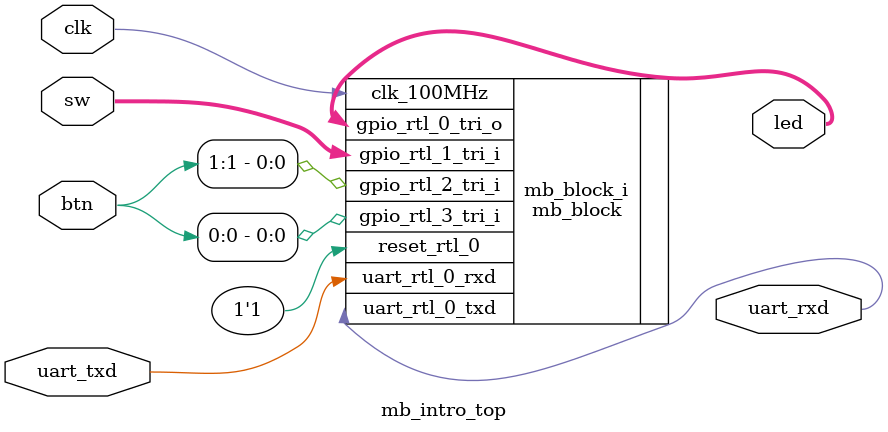
<source format=sv>
`timescale 1ns / 1ps

module mb_intro_top
   (input  logic clk,
    output logic [15:0] led,
    input  logic [3:0] btn,
    input logic [15:0] sw,
    output logic uart_rxd,
    input  logic uart_txd);

  mb_block mb_block_i
       (.clk_100MHz(clk),
        .gpio_rtl_0_tri_o(led),           // LEDs - 16-bit output
        .gpio_rtl_1_tri_i(sw),            // Switches - 16-bit input  
        .gpio_rtl_2_tri_i(btn[1]),        // Accumulate button - 1-bit input (btn[1])
        .gpio_rtl_3_tri_i(btn[0]),        // Reset button - 1-bit input (btn[0])
        .reset_rtl_0(1'b1),               // Hardwire reset to inactive
        .uart_rtl_0_rxd(uart_txd),
        .uart_rtl_0_txd(uart_rxd));
endmodule
</source>
